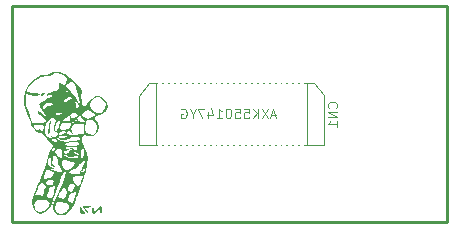
<source format=gbo>
G04 (created by PCBNEW (2013-02-13 BZR 3947)-testing) date 11/23/2013 4:51:36 PM*
%MOIN*%
G04 Gerber Fmt 3.4, Leading zero omitted, Abs format*
%FSLAX34Y34*%
G01*
G70*
G90*
G04 APERTURE LIST*
%ADD10C,0.009*%
%ADD11C,0.00393701*%
%ADD12C,0.0001*%
%ADD13R,0.0178425X0.0788661*%
%ADD14R,0.0174488X0.0788661*%
G04 APERTURE END LIST*
G54D10*
X6400Y-3600D02*
X9200Y-3600D01*
X9200Y3600D02*
X6400Y3600D01*
X6400Y-3600D02*
X-5300Y-3600D01*
X6400Y3600D02*
X-5300Y3600D01*
X9200Y-3600D02*
X9200Y3600D01*
X-5300Y-3600D02*
X-5300Y3600D01*
G54D11*
X4519Y-1023D02*
X5090Y-1023D01*
X5090Y-1023D02*
X5090Y629D01*
X5090Y629D02*
X4755Y1023D01*
X4755Y1023D02*
X4519Y1023D01*
X-519Y-1023D02*
X-1090Y-1023D01*
X-1090Y-1023D02*
X-1090Y610D01*
X-1090Y610D02*
X-755Y1023D01*
X-755Y1023D02*
X-519Y1023D01*
X4519Y1023D02*
X-519Y1023D01*
X-519Y1023D02*
X-519Y-1023D01*
X-519Y-1023D02*
X4519Y-1023D01*
X4519Y-1023D02*
X4519Y1023D01*
G54D12*
G36*
X-2116Y255D02*
X-2144Y168D01*
X-2188Y111D01*
X-2188Y328D01*
X-2245Y446D01*
X-2281Y486D01*
X-2380Y563D01*
X-2472Y579D01*
X-2571Y535D01*
X-2578Y530D01*
X-2662Y437D01*
X-2694Y322D01*
X-2676Y205D01*
X-2608Y106D01*
X-2555Y68D01*
X-2441Y24D01*
X-2349Y36D01*
X-2265Y99D01*
X-2195Y209D01*
X-2188Y328D01*
X-2188Y111D01*
X-2214Y77D01*
X-2307Y2D01*
X-2392Y-34D01*
X-2501Y-66D01*
X-2513Y-75D01*
X-2513Y-40D01*
X-2623Y54D01*
X-2708Y121D01*
X-2769Y143D01*
X-2830Y122D01*
X-2897Y72D01*
X-2968Y-2D01*
X-2976Y-61D01*
X-2920Y-106D01*
X-2799Y-140D01*
X-2772Y-145D01*
X-2725Y-135D01*
X-2647Y-104D01*
X-2628Y-95D01*
X-2513Y-40D01*
X-2513Y-75D01*
X-2547Y-103D01*
X-2535Y-155D01*
X-2497Y-200D01*
X-2434Y-302D01*
X-2412Y-426D01*
X-2433Y-548D01*
X-2476Y-615D01*
X-2476Y-488D01*
X-2479Y-378D01*
X-2508Y-280D01*
X-2562Y-214D01*
X-2595Y-200D01*
X-2704Y-189D01*
X-2790Y-203D01*
X-2835Y-237D01*
X-2838Y-249D01*
X-2845Y-314D01*
X-2862Y-408D01*
X-2864Y-421D01*
X-2872Y-495D01*
X-2872Y-250D01*
X-2944Y-172D01*
X-2997Y-98D01*
X-3016Y-40D01*
X-3016Y734D01*
X-3033Y750D01*
X-3050Y734D01*
X-3033Y717D01*
X-3016Y734D01*
X-3016Y-40D01*
X-3019Y-31D01*
X-3025Y8D01*
X-3041Y-16D01*
X-3050Y-28D01*
X-3050Y67D01*
X-3053Y71D01*
X-3053Y452D01*
X-3060Y488D01*
X-3060Y805D01*
X-3066Y817D01*
X-3098Y849D01*
X-3104Y850D01*
X-3106Y829D01*
X-3100Y817D01*
X-3068Y785D01*
X-3063Y784D01*
X-3060Y805D01*
X-3060Y488D01*
X-3094Y661D01*
X-3104Y688D01*
X-3138Y787D01*
X-3160Y864D01*
X-3164Y884D01*
X-3199Y996D01*
X-3260Y1066D01*
X-3336Y1087D01*
X-3413Y1053D01*
X-3442Y1021D01*
X-3464Y992D01*
X-3464Y1140D01*
X-3471Y1205D01*
X-3530Y1262D01*
X-3624Y1313D01*
X-3766Y1369D01*
X-3872Y1378D01*
X-3956Y1342D01*
X-3979Y1322D01*
X-4071Y1272D01*
X-4171Y1260D01*
X-4337Y1230D01*
X-4504Y1150D01*
X-4652Y1033D01*
X-4762Y890D01*
X-4769Y877D01*
X-4807Y798D01*
X-4810Y761D01*
X-4779Y751D01*
X-4766Y750D01*
X-4722Y737D01*
X-4717Y725D01*
X-4687Y711D01*
X-4611Y702D01*
X-4561Y700D01*
X-4456Y692D01*
X-4398Y668D01*
X-4392Y659D01*
X-4409Y630D01*
X-4475Y618D01*
X-4573Y622D01*
X-4688Y643D01*
X-4715Y650D01*
X-4794Y668D01*
X-4840Y670D01*
X-4843Y669D01*
X-4850Y631D01*
X-4856Y546D01*
X-4859Y453D01*
X-4850Y298D01*
X-4818Y204D01*
X-4809Y192D01*
X-4777Y142D01*
X-4740Y57D01*
X-4695Y-73D01*
X-4637Y-258D01*
X-4634Y-268D01*
X-4598Y-286D01*
X-4517Y-292D01*
X-4414Y-290D01*
X-4308Y-279D01*
X-4222Y-261D01*
X-4176Y-239D01*
X-4175Y-238D01*
X-4183Y-193D01*
X-4238Y-136D01*
X-4242Y-133D01*
X-4363Y-34D01*
X-4434Y46D01*
X-4450Y90D01*
X-4429Y98D01*
X-4380Y65D01*
X-4375Y60D01*
X-4288Y-7D01*
X-4205Y-55D01*
X-4143Y-74D01*
X-4125Y-69D01*
X-4130Y-51D01*
X-4143Y-50D01*
X-4190Y-22D01*
X-4251Y46D01*
X-4314Y137D01*
X-4365Y232D01*
X-4382Y280D01*
X-4395Y336D01*
X-4386Y375D01*
X-4344Y409D01*
X-4255Y452D01*
X-4216Y470D01*
X-4103Y526D01*
X-4010Y583D01*
X-3964Y620D01*
X-3931Y660D01*
X-3942Y669D01*
X-4005Y654D01*
X-4020Y649D01*
X-4103Y626D01*
X-4140Y620D01*
X-4150Y633D01*
X-4150Y651D01*
X-4132Y681D01*
X-4072Y714D01*
X-3960Y754D01*
X-3921Y766D01*
X-3866Y777D01*
X-3861Y754D01*
X-3865Y746D01*
X-3863Y736D01*
X-3827Y770D01*
X-3819Y779D01*
X-3756Y881D01*
X-3746Y996D01*
X-3747Y1009D01*
X-3734Y1047D01*
X-3680Y1034D01*
X-3630Y1003D01*
X-3581Y976D01*
X-3545Y992D01*
X-3503Y1054D01*
X-3464Y1140D01*
X-3464Y992D01*
X-3507Y933D01*
X-3341Y750D01*
X-3220Y601D01*
X-3134Y465D01*
X-3090Y353D01*
X-3086Y310D01*
X-3097Y309D01*
X-3121Y359D01*
X-3130Y382D01*
X-3160Y451D01*
X-3181Y462D01*
X-3193Y440D01*
X-3199Y393D01*
X-3188Y384D01*
X-3169Y356D01*
X-3168Y309D01*
X-3162Y223D01*
X-3135Y183D01*
X-3100Y196D01*
X-3071Y259D01*
X-3053Y452D01*
X-3053Y71D01*
X-3066Y84D01*
X-3083Y67D01*
X-3066Y50D01*
X-3050Y67D01*
X-3050Y-28D01*
X-3085Y-78D01*
X-3097Y-87D01*
X-3097Y-22D01*
X-3130Y0D01*
X-3216Y29D01*
X-3216Y534D01*
X-3233Y550D01*
X-3250Y534D01*
X-3233Y517D01*
X-3216Y534D01*
X-3216Y29D01*
X-3220Y30D01*
X-3244Y37D01*
X-3293Y25D01*
X-3294Y25D01*
X-3294Y520D01*
X-3309Y538D01*
X-3364Y559D01*
X-3440Y576D01*
X-3456Y569D01*
X-3456Y763D01*
X-3461Y773D01*
X-3501Y777D01*
X-3505Y773D01*
X-3501Y753D01*
X-3483Y750D01*
X-3456Y763D01*
X-3456Y569D01*
X-3492Y552D01*
X-3522Y518D01*
X-3563Y459D01*
X-3563Y742D01*
X-3600Y743D01*
X-3639Y709D01*
X-3650Y678D01*
X-3631Y664D01*
X-3599Y685D01*
X-3564Y725D01*
X-3563Y742D01*
X-3563Y459D01*
X-3574Y443D01*
X-3574Y410D01*
X-3524Y418D01*
X-3491Y434D01*
X-3402Y476D01*
X-3333Y503D01*
X-3294Y520D01*
X-3294Y25D01*
X-3370Y-22D01*
X-3425Y-66D01*
X-3506Y-131D01*
X-3568Y-174D01*
X-3589Y-183D01*
X-3595Y-189D01*
X-3595Y75D01*
X-3610Y84D01*
X-3659Y59D01*
X-3668Y47D01*
X-3715Y25D01*
X-3770Y26D01*
X-3830Y28D01*
X-3850Y13D01*
X-3823Y-11D01*
X-3759Y-16D01*
X-3684Y-3D01*
X-3626Y25D01*
X-3616Y34D01*
X-3595Y75D01*
X-3595Y-189D01*
X-3615Y-209D01*
X-3616Y-218D01*
X-3587Y-239D01*
X-3510Y-244D01*
X-3491Y-243D01*
X-3409Y-231D01*
X-3375Y-202D01*
X-3368Y-140D01*
X-3368Y-138D01*
X-3366Y-77D01*
X-3350Y-74D01*
X-3328Y-101D01*
X-3296Y-135D01*
X-3259Y-135D01*
X-3193Y-99D01*
X-3177Y-89D01*
X-3115Y-48D01*
X-3097Y-22D01*
X-3097Y-87D01*
X-3105Y-93D01*
X-3136Y-137D01*
X-3116Y-188D01*
X-3060Y-231D01*
X-2979Y-249D01*
X-2976Y-250D01*
X-2872Y-250D01*
X-2872Y-495D01*
X-2874Y-514D01*
X-2850Y-579D01*
X-2820Y-613D01*
X-2724Y-671D01*
X-2618Y-678D01*
X-2558Y-655D01*
X-2502Y-587D01*
X-2476Y-488D01*
X-2476Y-615D01*
X-2491Y-639D01*
X-2600Y-715D01*
X-2700Y-733D01*
X-2763Y-717D01*
X-2874Y-695D01*
X-2900Y-705D01*
X-2900Y-647D01*
X-2911Y-480D01*
X-2923Y-313D01*
X-3109Y-323D01*
X-3155Y-326D01*
X-3155Y-232D01*
X-3159Y-198D01*
X-3177Y-176D01*
X-3211Y-157D01*
X-3216Y-171D01*
X-3200Y-219D01*
X-3167Y-239D01*
X-3155Y-232D01*
X-3155Y-326D01*
X-3217Y-332D01*
X-3230Y-335D01*
X-3230Y-267D01*
X-3233Y-250D01*
X-3276Y-217D01*
X-3285Y-216D01*
X-3316Y-242D01*
X-3316Y-250D01*
X-3289Y-279D01*
X-3265Y-283D01*
X-3230Y-267D01*
X-3230Y-335D01*
X-3277Y-350D01*
X-3309Y-385D01*
X-3326Y-426D01*
X-3339Y-510D01*
X-3305Y-577D01*
X-3298Y-585D01*
X-3264Y-635D01*
X-3275Y-648D01*
X-3323Y-622D01*
X-3342Y-605D01*
X-3342Y-349D01*
X-3358Y-307D01*
X-3424Y-288D01*
X-3537Y-283D01*
X-3623Y-294D01*
X-3669Y-336D01*
X-3684Y-368D01*
X-3711Y-454D01*
X-3699Y-498D01*
X-3639Y-514D01*
X-3567Y-516D01*
X-3470Y-510D01*
X-3413Y-485D01*
X-3373Y-428D01*
X-3368Y-419D01*
X-3342Y-349D01*
X-3342Y-605D01*
X-3353Y-596D01*
X-3420Y-563D01*
X-3469Y-584D01*
X-3483Y-636D01*
X-3452Y-666D01*
X-3361Y-681D01*
X-3219Y-680D01*
X-3029Y-662D01*
X-3016Y-661D01*
X-2900Y-647D01*
X-2900Y-705D01*
X-2946Y-723D01*
X-2978Y-797D01*
X-2968Y-913D01*
X-2914Y-1066D01*
X-2894Y-1109D01*
X-2824Y-1283D01*
X-2793Y-1457D01*
X-2798Y-1646D01*
X-2816Y-1739D01*
X-2816Y-1433D01*
X-2833Y-1416D01*
X-2850Y-1433D01*
X-2833Y-1450D01*
X-2816Y-1433D01*
X-2816Y-1739D01*
X-2841Y-1869D01*
X-2852Y-1912D01*
X-2852Y-1706D01*
X-2857Y-1662D01*
X-2862Y-1667D01*
X-2862Y-1527D01*
X-2873Y-1497D01*
X-2902Y-1510D01*
X-2902Y-1259D01*
X-2907Y-1182D01*
X-2932Y-1141D01*
X-2963Y-1156D01*
X-2994Y-1214D01*
X-3017Y-1306D01*
X-3022Y-1344D01*
X-3025Y-1434D01*
X-3011Y-1472D01*
X-2985Y-1475D01*
X-2946Y-1439D01*
X-2915Y-1364D01*
X-2913Y-1355D01*
X-2902Y-1259D01*
X-2902Y-1510D01*
X-2917Y-1518D01*
X-2990Y-1586D01*
X-3050Y-1654D01*
X-3050Y-814D01*
X-3050Y-811D01*
X-3078Y-768D01*
X-3149Y-749D01*
X-3244Y-752D01*
X-3344Y-777D01*
X-3414Y-814D01*
X-3468Y-834D01*
X-3468Y-746D01*
X-3477Y-728D01*
X-3519Y-721D01*
X-3519Y-587D01*
X-3542Y-558D01*
X-3625Y-556D01*
X-3702Y-578D01*
X-3717Y-591D01*
X-3717Y-294D01*
X-3722Y-232D01*
X-3759Y-221D01*
X-3782Y-232D01*
X-3812Y-277D01*
X-3842Y-357D01*
X-3863Y-445D01*
X-3867Y-510D01*
X-3863Y-521D01*
X-3832Y-548D01*
X-3798Y-520D01*
X-3758Y-432D01*
X-3745Y-399D01*
X-3717Y-294D01*
X-3717Y-591D01*
X-3745Y-617D01*
X-3747Y-657D01*
X-3702Y-681D01*
X-3676Y-683D01*
X-3597Y-667D01*
X-3556Y-643D01*
X-3519Y-587D01*
X-3519Y-721D01*
X-3542Y-718D01*
X-3593Y-716D01*
X-3685Y-722D01*
X-3741Y-737D01*
X-3750Y-747D01*
X-3722Y-783D01*
X-3655Y-797D01*
X-3571Y-791D01*
X-3494Y-764D01*
X-3468Y-746D01*
X-3468Y-834D01*
X-3526Y-856D01*
X-3665Y-847D01*
X-3782Y-803D01*
X-3782Y-668D01*
X-3815Y-607D01*
X-3850Y-583D01*
X-3905Y-519D01*
X-3909Y-420D01*
X-3864Y-300D01*
X-3833Y-230D01*
X-3836Y-190D01*
X-3871Y-159D01*
X-3939Y-122D01*
X-3956Y-124D01*
X-3956Y328D01*
X-4005Y361D01*
X-4033Y370D01*
X-4127Y368D01*
X-4214Y326D01*
X-4272Y259D01*
X-4283Y214D01*
X-4283Y146D01*
X-4195Y215D01*
X-4110Y264D01*
X-4029Y284D01*
X-3964Y297D01*
X-3956Y328D01*
X-3956Y-124D01*
X-3999Y-130D01*
X-4071Y-187D01*
X-4099Y-215D01*
X-4177Y-330D01*
X-4220Y-461D01*
X-4225Y-588D01*
X-4187Y-691D01*
X-4174Y-708D01*
X-4113Y-760D01*
X-4044Y-780D01*
X-3944Y-772D01*
X-3887Y-762D01*
X-3808Y-725D01*
X-3782Y-668D01*
X-3782Y-803D01*
X-3788Y-801D01*
X-3798Y-803D01*
X-3764Y-839D01*
X-3754Y-848D01*
X-3664Y-898D01*
X-3608Y-897D01*
X-3563Y-891D01*
X-3560Y-905D01*
X-3539Y-916D01*
X-3463Y-917D01*
X-3346Y-908D01*
X-3314Y-904D01*
X-3180Y-886D01*
X-3100Y-868D01*
X-3061Y-846D01*
X-3050Y-814D01*
X-3050Y-1654D01*
X-3065Y-1671D01*
X-3083Y-1689D01*
X-3083Y-1416D01*
X-3083Y-1325D01*
X-3084Y-1323D01*
X-3084Y-956D01*
X-3109Y-932D01*
X-3188Y-928D01*
X-3325Y-943D01*
X-3495Y-972D01*
X-3559Y-992D01*
X-3562Y-1014D01*
X-3511Y-1034D01*
X-3412Y-1050D01*
X-3333Y-1056D01*
X-3202Y-1056D01*
X-3124Y-1038D01*
X-3089Y-996D01*
X-3084Y-956D01*
X-3084Y-1323D01*
X-3110Y-1294D01*
X-3130Y-1282D01*
X-3130Y-1130D01*
X-3149Y-1107D01*
X-3207Y-1095D01*
X-3317Y-1087D01*
X-3358Y-1086D01*
X-3466Y-1084D01*
X-3520Y-1092D01*
X-3534Y-1113D01*
X-3529Y-1132D01*
X-3488Y-1170D01*
X-3454Y-1164D01*
X-3355Y-1130D01*
X-3294Y-1131D01*
X-3252Y-1164D01*
X-3194Y-1212D01*
X-3153Y-1196D01*
X-3138Y-1167D01*
X-3130Y-1130D01*
X-3130Y-1282D01*
X-3167Y-1261D01*
X-3232Y-1243D01*
X-3248Y-1262D01*
X-3207Y-1304D01*
X-3191Y-1313D01*
X-3116Y-1346D01*
X-3084Y-1333D01*
X-3083Y-1325D01*
X-3083Y-1416D01*
X-3110Y-1389D01*
X-3174Y-1386D01*
X-3250Y-1406D01*
X-3258Y-1410D01*
X-3258Y-1212D01*
X-3264Y-1192D01*
X-3276Y-1179D01*
X-3322Y-1152D01*
X-3382Y-1174D01*
X-3384Y-1175D01*
X-3466Y-1209D01*
X-3516Y-1216D01*
X-3571Y-1237D01*
X-3583Y-1266D01*
X-3561Y-1308D01*
X-3509Y-1312D01*
X-3450Y-1280D01*
X-3423Y-1248D01*
X-3368Y-1198D01*
X-3307Y-1201D01*
X-3258Y-1212D01*
X-3258Y-1410D01*
X-3280Y-1422D01*
X-3340Y-1443D01*
X-3407Y-1419D01*
X-3429Y-1405D01*
X-3517Y-1359D01*
X-3571Y-1354D01*
X-3583Y-1378D01*
X-3554Y-1408D01*
X-3484Y-1438D01*
X-3397Y-1460D01*
X-3318Y-1466D01*
X-3300Y-1464D01*
X-3209Y-1452D01*
X-3158Y-1450D01*
X-3100Y-1437D01*
X-3083Y-1416D01*
X-3083Y-1689D01*
X-3156Y-1765D01*
X-3216Y-1811D01*
X-3216Y-1634D01*
X-3246Y-1610D01*
X-3320Y-1583D01*
X-3417Y-1557D01*
X-3515Y-1539D01*
X-3593Y-1533D01*
X-3625Y-1539D01*
X-3630Y-1549D01*
X-3630Y-1278D01*
X-3630Y-1211D01*
X-3674Y-1177D01*
X-3706Y-1168D01*
X-3789Y-1164D01*
X-3799Y-1171D01*
X-3799Y-892D01*
X-3816Y-866D01*
X-3882Y-823D01*
X-3921Y-816D01*
X-3972Y-838D01*
X-3983Y-866D01*
X-3955Y-905D01*
X-3879Y-916D01*
X-3811Y-912D01*
X-3799Y-892D01*
X-3799Y-1171D01*
X-3839Y-1202D01*
X-3861Y-1252D01*
X-3843Y-1308D01*
X-3813Y-1354D01*
X-3750Y-1421D01*
X-3692Y-1449D01*
X-3654Y-1433D01*
X-3647Y-1408D01*
X-3640Y-1345D01*
X-3630Y-1278D01*
X-3630Y-1549D01*
X-3647Y-1587D01*
X-3643Y-1674D01*
X-3617Y-1764D01*
X-3562Y-1831D01*
X-3476Y-1855D01*
X-3380Y-1835D01*
X-3294Y-1772D01*
X-3286Y-1762D01*
X-3238Y-1690D01*
X-3217Y-1636D01*
X-3216Y-1634D01*
X-3216Y-1811D01*
X-3254Y-1841D01*
X-3308Y-1872D01*
X-3384Y-1907D01*
X-3402Y-1932D01*
X-3362Y-1953D01*
X-3265Y-1979D01*
X-3175Y-1996D01*
X-3089Y-2007D01*
X-3023Y-2010D01*
X-2993Y-2006D01*
X-3008Y-1994D01*
X-3046Y-1951D01*
X-3039Y-1895D01*
X-3002Y-1862D01*
X-2962Y-1819D01*
X-2932Y-1741D01*
X-2931Y-1738D01*
X-2910Y-1654D01*
X-2889Y-1600D01*
X-2864Y-1535D01*
X-2862Y-1527D01*
X-2862Y-1667D01*
X-2868Y-1675D01*
X-2888Y-1748D01*
X-2898Y-1791D01*
X-2928Y-1858D01*
X-2967Y-1883D01*
X-3011Y-1901D01*
X-3016Y-1916D01*
X-2997Y-1950D01*
X-2953Y-1943D01*
X-2906Y-1905D01*
X-2882Y-1864D01*
X-2858Y-1771D01*
X-2852Y-1706D01*
X-2852Y-1912D01*
X-2862Y-1952D01*
X-2908Y-2106D01*
X-2950Y-2229D01*
X-2950Y-2060D01*
X-2980Y-2054D01*
X-3055Y-2050D01*
X-3096Y-2050D01*
X-3204Y-2059D01*
X-3257Y-2091D01*
X-3263Y-2102D01*
X-3282Y-2206D01*
X-3254Y-2277D01*
X-3216Y-2300D01*
X-3162Y-2337D01*
X-3150Y-2368D01*
X-3123Y-2411D01*
X-3101Y-2416D01*
X-3061Y-2385D01*
X-3020Y-2299D01*
X-3001Y-2243D01*
X-2973Y-2146D01*
X-2954Y-2078D01*
X-2950Y-2060D01*
X-2950Y-2229D01*
X-2970Y-2288D01*
X-3040Y-2485D01*
X-3115Y-2682D01*
X-3160Y-2794D01*
X-3160Y-2575D01*
X-3180Y-2549D01*
X-3210Y-2568D01*
X-3210Y-2384D01*
X-3237Y-2335D01*
X-3320Y-2317D01*
X-3337Y-2317D01*
X-3393Y-2335D01*
X-3425Y-2402D01*
X-3429Y-2422D01*
X-3433Y-2516D01*
X-3409Y-2555D01*
X-3333Y-2580D01*
X-3274Y-2545D01*
X-3234Y-2475D01*
X-3210Y-2384D01*
X-3210Y-2568D01*
X-3224Y-2577D01*
X-3290Y-2612D01*
X-3318Y-2616D01*
X-3367Y-2647D01*
X-3417Y-2728D01*
X-3426Y-2750D01*
X-3456Y-2834D01*
X-3458Y-2880D01*
X-3426Y-2910D01*
X-3389Y-2930D01*
X-3320Y-2960D01*
X-3281Y-2965D01*
X-3261Y-2929D01*
X-3228Y-2849D01*
X-3199Y-2769D01*
X-3166Y-2650D01*
X-3160Y-2575D01*
X-3160Y-2794D01*
X-3188Y-2864D01*
X-3255Y-3019D01*
X-3309Y-3131D01*
X-3330Y-3167D01*
X-3405Y-3248D01*
X-3405Y-3054D01*
X-3423Y-3012D01*
X-3479Y-2980D01*
X-3479Y-2630D01*
X-3481Y-2569D01*
X-3498Y-2535D01*
X-3549Y-2474D01*
X-3596Y-2469D01*
X-3647Y-2523D01*
X-3697Y-2610D01*
X-3780Y-2774D01*
X-3673Y-2806D01*
X-3602Y-2822D01*
X-3560Y-2805D01*
X-3523Y-2743D01*
X-3512Y-2719D01*
X-3479Y-2630D01*
X-3479Y-2980D01*
X-3490Y-2974D01*
X-3494Y-2972D01*
X-3662Y-2917D01*
X-3769Y-2912D01*
X-3809Y-2944D01*
X-3850Y-3015D01*
X-3878Y-3097D01*
X-3883Y-3140D01*
X-3854Y-3223D01*
X-3780Y-3284D01*
X-3682Y-3315D01*
X-3580Y-3309D01*
X-3510Y-3275D01*
X-3464Y-3214D01*
X-3424Y-3128D01*
X-3423Y-3127D01*
X-3405Y-3054D01*
X-3405Y-3248D01*
X-3430Y-3276D01*
X-3550Y-3348D01*
X-3674Y-3375D01*
X-3785Y-3350D01*
X-3792Y-3347D01*
X-3847Y-3294D01*
X-3901Y-3214D01*
X-3902Y-3212D01*
X-3927Y-3144D01*
X-3931Y-3068D01*
X-3909Y-2973D01*
X-3860Y-2846D01*
X-3779Y-2676D01*
X-3766Y-2650D01*
X-3698Y-2504D01*
X-3633Y-2350D01*
X-3576Y-2201D01*
X-3531Y-2070D01*
X-3505Y-1970D01*
X-3500Y-1916D01*
X-3502Y-1913D01*
X-3541Y-1884D01*
X-3548Y-1883D01*
X-3572Y-1912D01*
X-3613Y-1991D01*
X-3632Y-2033D01*
X-3632Y-1914D01*
X-3636Y-1868D01*
X-3662Y-1839D01*
X-3719Y-1766D01*
X-3764Y-1657D01*
X-3784Y-1544D01*
X-3784Y-1539D01*
X-3804Y-1458D01*
X-3844Y-1389D01*
X-3863Y-1364D01*
X-3863Y-1123D01*
X-3866Y-1089D01*
X-3898Y-1092D01*
X-3937Y-1133D01*
X-3963Y-1186D01*
X-3962Y-1224D01*
X-3932Y-1223D01*
X-3893Y-1183D01*
X-3863Y-1123D01*
X-3863Y-1364D01*
X-3903Y-1312D01*
X-3947Y-1486D01*
X-3957Y-1528D01*
X-3957Y-1354D01*
X-3964Y-1294D01*
X-3978Y-1275D01*
X-3999Y-1266D01*
X-3993Y-1315D01*
X-3992Y-1319D01*
X-3972Y-1364D01*
X-3957Y-1354D01*
X-3957Y-1528D01*
X-3971Y-1588D01*
X-3974Y-1646D01*
X-3956Y-1677D01*
X-3937Y-1689D01*
X-3888Y-1737D01*
X-3904Y-1783D01*
X-3923Y-1793D01*
X-3923Y-1772D01*
X-3952Y-1741D01*
X-3963Y-1733D01*
X-4003Y-1687D01*
X-4012Y-1619D01*
X-4004Y-1551D01*
X-3995Y-1461D01*
X-4009Y-1422D01*
X-4016Y-1419D01*
X-4016Y-1333D01*
X-4033Y-1316D01*
X-4050Y-1333D01*
X-4033Y-1350D01*
X-4016Y-1333D01*
X-4016Y-1419D01*
X-4029Y-1416D01*
X-4073Y-1447D01*
X-4104Y-1528D01*
X-4116Y-1640D01*
X-4087Y-1717D01*
X-4013Y-1769D01*
X-3950Y-1781D01*
X-3923Y-1772D01*
X-3923Y-1793D01*
X-3958Y-1813D01*
X-3995Y-1832D01*
X-3987Y-1849D01*
X-3928Y-1873D01*
X-3866Y-1893D01*
X-3755Y-1927D01*
X-3690Y-1943D01*
X-3657Y-1941D01*
X-3639Y-1925D01*
X-3632Y-1914D01*
X-3632Y-2033D01*
X-3665Y-2107D01*
X-3724Y-2247D01*
X-3783Y-2397D01*
X-3838Y-2546D01*
X-3850Y-2581D01*
X-3850Y-2359D01*
X-3867Y-2358D01*
X-3903Y-2387D01*
X-3921Y-2397D01*
X-3921Y-2230D01*
X-3922Y-2227D01*
X-3922Y-1962D01*
X-3923Y-1937D01*
X-3956Y-1920D01*
X-4024Y-1882D01*
X-4042Y-1872D01*
X-4150Y-1812D01*
X-4217Y-1967D01*
X-4258Y-2086D01*
X-4259Y-2155D01*
X-4220Y-2173D01*
X-4188Y-2164D01*
X-4113Y-2140D01*
X-4044Y-2125D01*
X-3964Y-2085D01*
X-3934Y-2026D01*
X-3922Y-1962D01*
X-3922Y-2227D01*
X-3936Y-2195D01*
X-3998Y-2179D01*
X-4018Y-2175D01*
X-4105Y-2178D01*
X-4152Y-2219D01*
X-4181Y-2298D01*
X-4158Y-2342D01*
X-4108Y-2359D01*
X-4016Y-2374D01*
X-3968Y-2368D01*
X-3945Y-2334D01*
X-3938Y-2308D01*
X-3921Y-2230D01*
X-3921Y-2397D01*
X-3967Y-2423D01*
X-4008Y-2426D01*
X-4047Y-2439D01*
X-4086Y-2512D01*
X-4126Y-2647D01*
X-4129Y-2659D01*
X-4136Y-2731D01*
X-4100Y-2770D01*
X-4076Y-2781D01*
X-4010Y-2806D01*
X-3981Y-2814D01*
X-3962Y-2786D01*
X-3937Y-2712D01*
X-3923Y-2658D01*
X-3895Y-2544D01*
X-3870Y-2445D01*
X-3862Y-2416D01*
X-3850Y-2359D01*
X-3850Y-2581D01*
X-3883Y-2679D01*
X-3899Y-2732D01*
X-3942Y-2865D01*
X-3991Y-2993D01*
X-4021Y-3058D01*
X-4053Y-3102D01*
X-4053Y-2968D01*
X-4101Y-2907D01*
X-4191Y-2874D01*
X-4191Y-2418D01*
X-4210Y-2377D01*
X-4234Y-2349D01*
X-4291Y-2298D01*
X-4338Y-2293D01*
X-4384Y-2340D01*
X-4438Y-2443D01*
X-4455Y-2481D01*
X-4543Y-2679D01*
X-4438Y-2692D01*
X-4358Y-2703D01*
X-4311Y-2711D01*
X-4287Y-2686D01*
X-4252Y-2616D01*
X-4231Y-2566D01*
X-4198Y-2473D01*
X-4191Y-2418D01*
X-4191Y-2874D01*
X-4210Y-2868D01*
X-4371Y-2853D01*
X-4462Y-2857D01*
X-4513Y-2882D01*
X-4547Y-2943D01*
X-4548Y-2946D01*
X-4571Y-3029D01*
X-4554Y-3106D01*
X-4535Y-3146D01*
X-4461Y-3228D01*
X-4363Y-3255D01*
X-4251Y-3227D01*
X-4145Y-3150D01*
X-4067Y-3049D01*
X-4053Y-2968D01*
X-4053Y-3102D01*
X-4095Y-3162D01*
X-4194Y-3250D01*
X-4297Y-3305D01*
X-4354Y-3316D01*
X-4441Y-3287D01*
X-4527Y-3212D01*
X-4595Y-3108D01*
X-4617Y-3048D01*
X-4632Y-2969D01*
X-4633Y-2888D01*
X-4616Y-2793D01*
X-4579Y-2675D01*
X-4519Y-2522D01*
X-4433Y-2325D01*
X-4386Y-2222D01*
X-4307Y-2038D01*
X-4237Y-1859D01*
X-4185Y-1704D01*
X-4156Y-1591D01*
X-4121Y-1444D01*
X-4070Y-1292D01*
X-4035Y-1213D01*
X-3989Y-1120D01*
X-3958Y-1055D01*
X-3950Y-1035D01*
X-3971Y-1008D01*
X-4016Y-956D01*
X-4016Y-866D01*
X-4033Y-850D01*
X-4050Y-866D01*
X-4033Y-883D01*
X-4016Y-866D01*
X-4016Y-956D01*
X-4023Y-949D01*
X-4058Y-911D01*
X-4150Y-812D01*
X-4243Y-708D01*
X-4250Y-699D01*
X-4250Y-431D01*
X-4258Y-390D01*
X-4294Y-369D01*
X-4373Y-363D01*
X-4416Y-362D01*
X-4512Y-366D01*
X-4572Y-377D01*
X-4583Y-385D01*
X-4565Y-424D01*
X-4521Y-486D01*
X-4471Y-546D01*
X-4434Y-581D01*
X-4429Y-583D01*
X-4427Y-562D01*
X-4432Y-552D01*
X-4436Y-513D01*
X-4403Y-502D01*
X-4357Y-525D01*
X-4348Y-535D01*
X-4303Y-560D01*
X-4268Y-528D01*
X-4251Y-447D01*
X-4250Y-431D01*
X-4250Y-699D01*
X-4262Y-686D01*
X-4326Y-619D01*
X-4366Y-603D01*
X-4387Y-620D01*
X-4424Y-629D01*
X-4482Y-593D01*
X-4550Y-525D01*
X-4616Y-440D01*
X-4667Y-351D01*
X-4692Y-277D01*
X-4715Y-189D01*
X-4760Y-67D01*
X-4813Y55D01*
X-4896Y295D01*
X-4917Y530D01*
X-4881Y751D01*
X-4789Y950D01*
X-4644Y1120D01*
X-4456Y1247D01*
X-4339Y1292D01*
X-4217Y1316D01*
X-4189Y1317D01*
X-4088Y1330D01*
X-4021Y1363D01*
X-4016Y1367D01*
X-3942Y1409D01*
X-3831Y1420D01*
X-3702Y1400D01*
X-3576Y1352D01*
X-3531Y1325D01*
X-3363Y1203D01*
X-3216Y1077D01*
X-3098Y957D01*
X-3014Y849D01*
X-2972Y761D01*
X-2978Y702D01*
X-2982Y698D01*
X-2997Y649D01*
X-3000Y563D01*
X-2993Y458D01*
X-2978Y358D01*
X-2958Y281D01*
X-2934Y251D01*
X-2907Y257D01*
X-2869Y283D01*
X-2813Y337D01*
X-2728Y427D01*
X-2653Y509D01*
X-2544Y595D01*
X-2429Y615D01*
X-2307Y569D01*
X-2297Y562D01*
X-2208Y476D01*
X-2142Y363D01*
X-2116Y255D01*
X-2116Y255D01*
X-2116Y255D01*
G37*
G36*
X-2884Y-3291D02*
X-2910Y-3311D01*
X-2966Y-3315D01*
X-3018Y-3301D01*
X-3028Y-3294D01*
X-3043Y-3248D01*
X-3050Y-3169D01*
X-3050Y-3066D01*
X-2968Y-3166D01*
X-2914Y-3236D01*
X-2886Y-3285D01*
X-2884Y-3291D01*
X-2884Y-3291D01*
X-2884Y-3291D01*
G37*
G36*
X-2683Y-3083D02*
X-2712Y-3106D01*
X-2783Y-3116D01*
X-2789Y-3116D01*
X-2895Y-3116D01*
X-2817Y-3199D01*
X-2769Y-3260D01*
X-2756Y-3299D01*
X-2757Y-3302D01*
X-2787Y-3290D01*
X-2839Y-3237D01*
X-2863Y-3207D01*
X-2917Y-3132D01*
X-2947Y-3080D01*
X-2950Y-3071D01*
X-2920Y-3058D01*
X-2846Y-3050D01*
X-2816Y-3050D01*
X-2733Y-3057D01*
X-2687Y-3075D01*
X-2683Y-3083D01*
X-2683Y-3083D01*
X-2683Y-3083D01*
G37*
G36*
X-2317Y-3178D02*
X-2323Y-3245D01*
X-2344Y-3282D01*
X-2350Y-3283D01*
X-2376Y-3255D01*
X-2383Y-3210D01*
X-2386Y-3166D01*
X-2404Y-3162D01*
X-2451Y-3203D01*
X-2477Y-3227D01*
X-2547Y-3290D01*
X-2589Y-3313D01*
X-2619Y-3302D01*
X-2628Y-3294D01*
X-2646Y-3246D01*
X-2649Y-3175D01*
X-2639Y-3111D01*
X-2617Y-3083D01*
X-2616Y-3083D01*
X-2592Y-3112D01*
X-2583Y-3174D01*
X-2583Y-3264D01*
X-2483Y-3155D01*
X-2416Y-3093D01*
X-2364Y-3065D01*
X-2350Y-3066D01*
X-2326Y-3108D01*
X-2317Y-3178D01*
X-2317Y-3178D01*
X-2317Y-3178D01*
G37*
G36*
X-3983Y-733D02*
X-4000Y-750D01*
X-4016Y-733D01*
X-4000Y-716D01*
X-3983Y-733D01*
X-3983Y-733D01*
X-3983Y-733D01*
G37*
G36*
X-4002Y-208D02*
X-4011Y-264D01*
X-4017Y-285D01*
X-4040Y-401D01*
X-4050Y-523D01*
X-4050Y-524D01*
X-4058Y-605D01*
X-4077Y-647D01*
X-4083Y-650D01*
X-4116Y-625D01*
X-4116Y-618D01*
X-4109Y-549D01*
X-4089Y-449D01*
X-4062Y-342D01*
X-4036Y-253D01*
X-4015Y-203D01*
X-4014Y-202D01*
X-4002Y-208D01*
X-4002Y-208D01*
X-4002Y-208D01*
G37*
G36*
X-4224Y679D02*
X-4266Y634D01*
X-4298Y622D01*
X-4342Y630D01*
X-4343Y656D01*
X-4301Y700D01*
X-4268Y712D01*
X-4224Y705D01*
X-4224Y679D01*
X-4224Y679D01*
X-4224Y679D01*
G37*
G54D11*
X5497Y217D02*
X5512Y232D01*
X5527Y277D01*
X5527Y307D01*
X5512Y352D01*
X5482Y382D01*
X5452Y397D01*
X5392Y412D01*
X5347Y412D01*
X5287Y397D01*
X5257Y382D01*
X5227Y352D01*
X5212Y307D01*
X5212Y277D01*
X5227Y232D01*
X5242Y217D01*
X5527Y82D02*
X5212Y82D01*
X5527Y-97D01*
X5212Y-97D01*
X5527Y-412D02*
X5527Y-232D01*
X5527Y-322D02*
X5212Y-322D01*
X5257Y-292D01*
X5287Y-262D01*
X5302Y-232D01*
X3474Y-37D02*
X3324Y-37D01*
X3504Y-127D02*
X3399Y187D01*
X3294Y-127D01*
X3219Y187D02*
X3009Y-127D01*
X3009Y187D02*
X3219Y-127D01*
X2889Y-127D02*
X2889Y187D01*
X2709Y-127D02*
X2844Y52D01*
X2709Y187D02*
X2889Y7D01*
X2424Y187D02*
X2574Y187D01*
X2589Y37D01*
X2574Y52D01*
X2544Y67D01*
X2469Y67D01*
X2439Y52D01*
X2424Y37D01*
X2409Y7D01*
X2409Y-67D01*
X2424Y-97D01*
X2439Y-112D01*
X2469Y-127D01*
X2544Y-127D01*
X2574Y-112D01*
X2589Y-97D01*
X2124Y187D02*
X2274Y187D01*
X2289Y37D01*
X2274Y52D01*
X2244Y67D01*
X2169Y67D01*
X2139Y52D01*
X2124Y37D01*
X2109Y7D01*
X2109Y-67D01*
X2124Y-97D01*
X2139Y-112D01*
X2169Y-127D01*
X2244Y-127D01*
X2274Y-112D01*
X2289Y-97D01*
X1914Y187D02*
X1885Y187D01*
X1855Y172D01*
X1840Y157D01*
X1825Y127D01*
X1810Y67D01*
X1810Y-7D01*
X1825Y-67D01*
X1840Y-97D01*
X1855Y-112D01*
X1885Y-127D01*
X1914Y-127D01*
X1944Y-112D01*
X1959Y-97D01*
X1974Y-67D01*
X1989Y-7D01*
X1989Y67D01*
X1974Y127D01*
X1959Y157D01*
X1944Y172D01*
X1914Y187D01*
X1510Y-127D02*
X1690Y-127D01*
X1600Y-127D02*
X1600Y187D01*
X1630Y142D01*
X1660Y112D01*
X1690Y97D01*
X1240Y82D02*
X1240Y-127D01*
X1315Y202D02*
X1390Y-22D01*
X1195Y-22D01*
X1105Y187D02*
X895Y187D01*
X1030Y-127D01*
X715Y22D02*
X715Y-127D01*
X820Y187D02*
X715Y22D01*
X610Y187D01*
X340Y172D02*
X370Y187D01*
X415Y187D01*
X460Y172D01*
X490Y142D01*
X505Y112D01*
X520Y52D01*
X520Y7D01*
X505Y-52D01*
X490Y-82D01*
X460Y-112D01*
X415Y-127D01*
X385Y-127D01*
X340Y-112D01*
X325Y-97D01*
X325Y7D01*
X385Y7D01*
%LPC*%
G54D13*
X4362Y984D03*
X4362Y-983D03*
X4165Y983D03*
X4165Y-983D03*
X3968Y983D03*
X3968Y-983D03*
X3771Y983D03*
X3771Y-983D03*
X3575Y983D03*
X3575Y-983D03*
X3378Y983D03*
X3378Y-983D03*
X3181Y983D03*
X3181Y-983D03*
X2984Y983D03*
X2984Y-983D03*
X2787Y983D03*
X2787Y-983D03*
X2590Y983D03*
X2590Y-983D03*
X2393Y983D03*
X2393Y-983D03*
X2197Y983D03*
X2197Y-983D03*
X2000Y983D03*
X2000Y-983D03*
X1803Y983D03*
X1803Y-983D03*
X1606Y983D03*
X1606Y-983D03*
X1409Y983D03*
X1409Y-983D03*
X1212Y983D03*
X1212Y-983D03*
X1016Y983D03*
X1016Y-983D03*
X819Y983D03*
X819Y-983D03*
G54D14*
X622Y983D03*
G54D13*
X622Y-983D03*
X425Y984D03*
X425Y-984D03*
X228Y984D03*
X228Y-984D03*
X31Y984D03*
X31Y-984D03*
X-165Y984D03*
X-165Y-984D03*
X-362Y984D03*
X-362Y-984D03*
M02*

</source>
